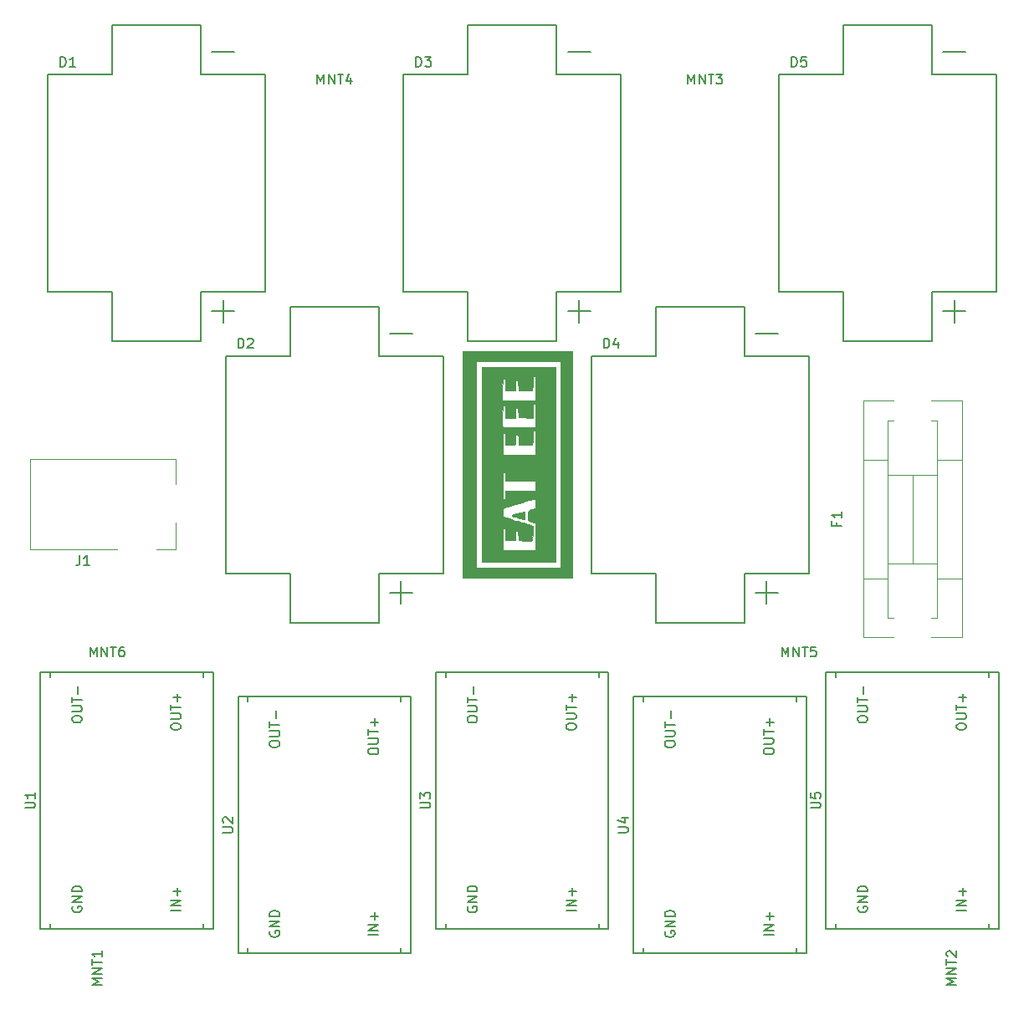
<source format=gbr>
G04 #@! TF.GenerationSoftware,KiCad,Pcbnew,(5.0.0)*
G04 #@! TF.CreationDate,2020-03-19T17:01:02-04:00*
G04 #@! TF.ProjectId,Grow_Lamp,47726F775F4C616D702E6B696361645F,rev?*
G04 #@! TF.SameCoordinates,Original*
G04 #@! TF.FileFunction,Legend,Top*
G04 #@! TF.FilePolarity,Positive*
%FSLAX46Y46*%
G04 Gerber Fmt 4.6, Leading zero omitted, Abs format (unit mm)*
G04 Created by KiCad (PCBNEW (5.0.0)) date 03/19/20 17:01:02*
%MOMM*%
%LPD*%
G01*
G04 APERTURE LIST*
%ADD10C,0.200000*%
%ADD11C,0.100000*%
%ADD12C,0.120000*%
%ADD13C,0.010000*%
%ADD14C,0.150000*%
G04 APERTURE END LIST*
D10*
G04 #@! TO.C,D1*
X107500000Y-88500000D02*
X107500000Y-83500000D01*
X99750000Y-88500000D02*
X107500000Y-88500000D01*
X98500000Y-88500000D02*
X99750000Y-88500000D01*
X98500000Y-84000000D02*
X98500000Y-88500000D01*
X98500000Y-83500000D02*
X98500000Y-84000000D01*
X93000000Y-83500000D02*
X98500000Y-83500000D01*
X92000000Y-83500000D02*
X93000000Y-83500000D01*
X92000000Y-62250000D02*
X92000000Y-83500000D01*
X92000000Y-61500000D02*
X92000000Y-62250000D01*
X98500000Y-61500000D02*
X92000000Y-61500000D01*
X98500000Y-57500000D02*
X98500000Y-61500000D01*
X98500000Y-56500000D02*
X98500000Y-57500000D01*
X107500000Y-56500000D02*
X98500000Y-56500000D01*
X107500000Y-61500000D02*
X107500000Y-56500000D01*
X114000000Y-61500000D02*
X107500000Y-61500000D01*
X114000000Y-83500000D02*
X114000000Y-61500000D01*
X107500000Y-83500000D02*
X114000000Y-83500000D01*
D11*
X106750000Y-88500000D02*
X107500000Y-88500000D01*
G04 #@! TO.C,D2*
X124750000Y-117000000D02*
X125500000Y-117000000D01*
D10*
X125500000Y-112000000D02*
X132000000Y-112000000D01*
X132000000Y-112000000D02*
X132000000Y-90000000D01*
X132000000Y-90000000D02*
X125500000Y-90000000D01*
X125500000Y-90000000D02*
X125500000Y-85000000D01*
X125500000Y-85000000D02*
X116500000Y-85000000D01*
X116500000Y-85000000D02*
X116500000Y-86000000D01*
X116500000Y-86000000D02*
X116500000Y-90000000D01*
X116500000Y-90000000D02*
X110000000Y-90000000D01*
X110000000Y-90000000D02*
X110000000Y-90750000D01*
X110000000Y-90750000D02*
X110000000Y-112000000D01*
X110000000Y-112000000D02*
X111000000Y-112000000D01*
X111000000Y-112000000D02*
X116500000Y-112000000D01*
X116500000Y-112000000D02*
X116500000Y-112500000D01*
X116500000Y-112500000D02*
X116500000Y-117000000D01*
X116500000Y-117000000D02*
X117750000Y-117000000D01*
X117750000Y-117000000D02*
X125500000Y-117000000D01*
X125500000Y-117000000D02*
X125500000Y-112000000D01*
G04 #@! TO.C,D3*
X143500000Y-88500000D02*
X143500000Y-83500000D01*
X135750000Y-88500000D02*
X143500000Y-88500000D01*
X134500000Y-88500000D02*
X135750000Y-88500000D01*
X134500000Y-84000000D02*
X134500000Y-88500000D01*
X134500000Y-83500000D02*
X134500000Y-84000000D01*
X129000000Y-83500000D02*
X134500000Y-83500000D01*
X128000000Y-83500000D02*
X129000000Y-83500000D01*
X128000000Y-62250000D02*
X128000000Y-83500000D01*
X128000000Y-61500000D02*
X128000000Y-62250000D01*
X134500000Y-61500000D02*
X128000000Y-61500000D01*
X134500000Y-57500000D02*
X134500000Y-61500000D01*
X134500000Y-56500000D02*
X134500000Y-57500000D01*
X143500000Y-56500000D02*
X134500000Y-56500000D01*
X143500000Y-61500000D02*
X143500000Y-56500000D01*
X150000000Y-61500000D02*
X143500000Y-61500000D01*
X150000000Y-83500000D02*
X150000000Y-61500000D01*
X143500000Y-83500000D02*
X150000000Y-83500000D01*
D11*
X142750000Y-88500000D02*
X143500000Y-88500000D01*
G04 #@! TO.C,D4*
X161750000Y-117000000D02*
X162500000Y-117000000D01*
D10*
X162500000Y-112000000D02*
X169000000Y-112000000D01*
X169000000Y-112000000D02*
X169000000Y-90000000D01*
X169000000Y-90000000D02*
X162500000Y-90000000D01*
X162500000Y-90000000D02*
X162500000Y-85000000D01*
X162500000Y-85000000D02*
X153500000Y-85000000D01*
X153500000Y-85000000D02*
X153500000Y-86000000D01*
X153500000Y-86000000D02*
X153500000Y-90000000D01*
X153500000Y-90000000D02*
X147000000Y-90000000D01*
X147000000Y-90000000D02*
X147000000Y-90750000D01*
X147000000Y-90750000D02*
X147000000Y-112000000D01*
X147000000Y-112000000D02*
X148000000Y-112000000D01*
X148000000Y-112000000D02*
X153500000Y-112000000D01*
X153500000Y-112000000D02*
X153500000Y-112500000D01*
X153500000Y-112500000D02*
X153500000Y-117000000D01*
X153500000Y-117000000D02*
X154750000Y-117000000D01*
X154750000Y-117000000D02*
X162500000Y-117000000D01*
X162500000Y-117000000D02*
X162500000Y-112000000D01*
G04 #@! TO.C,U1*
X107750000Y-122250000D02*
X107750000Y-122500000D01*
X92250000Y-122250000D02*
X92250000Y-122500000D01*
X92250000Y-148000000D02*
X92250000Y-147500000D01*
X107750000Y-148000000D02*
X107750000Y-147500000D01*
X107750000Y-122000000D02*
X107750000Y-122250000D01*
X91250000Y-135000000D02*
X91250000Y-148000000D01*
X91250000Y-148000000D02*
X100000000Y-148000000D01*
X108750000Y-135000000D02*
X108750000Y-148000000D01*
X100000000Y-148000000D02*
X108750000Y-148000000D01*
X108750000Y-122000000D02*
X108750000Y-135000000D01*
X100000000Y-122000000D02*
X108750000Y-122000000D01*
X92250000Y-122000000D02*
X92250000Y-122250000D01*
X91250000Y-122000000D02*
X100000000Y-122000000D01*
X91250000Y-122000000D02*
X91250000Y-135000000D01*
X91250000Y-135000000D02*
X91250000Y-134500000D01*
G04 #@! TO.C,U2*
X111250000Y-137500000D02*
X111250000Y-137000000D01*
X111250000Y-124500000D02*
X111250000Y-137500000D01*
X111250000Y-124500000D02*
X120000000Y-124500000D01*
X112250000Y-124500000D02*
X112250000Y-124750000D01*
X120000000Y-124500000D02*
X128750000Y-124500000D01*
X128750000Y-124500000D02*
X128750000Y-137500000D01*
X120000000Y-150500000D02*
X128750000Y-150500000D01*
X128750000Y-137500000D02*
X128750000Y-150500000D01*
X111250000Y-150500000D02*
X120000000Y-150500000D01*
X111250000Y-137500000D02*
X111250000Y-150500000D01*
X127750000Y-124500000D02*
X127750000Y-124750000D01*
X127750000Y-150500000D02*
X127750000Y-150000000D01*
X112250000Y-150500000D02*
X112250000Y-150000000D01*
X112250000Y-124750000D02*
X112250000Y-125000000D01*
X127750000Y-124750000D02*
X127750000Y-125000000D01*
G04 #@! TO.C,U3*
X147750000Y-122250000D02*
X147750000Y-122500000D01*
X132250000Y-122250000D02*
X132250000Y-122500000D01*
X132250000Y-148000000D02*
X132250000Y-147500000D01*
X147750000Y-148000000D02*
X147750000Y-147500000D01*
X147750000Y-122000000D02*
X147750000Y-122250000D01*
X131250000Y-135000000D02*
X131250000Y-148000000D01*
X131250000Y-148000000D02*
X140000000Y-148000000D01*
X148750000Y-135000000D02*
X148750000Y-148000000D01*
X140000000Y-148000000D02*
X148750000Y-148000000D01*
X148750000Y-122000000D02*
X148750000Y-135000000D01*
X140000000Y-122000000D02*
X148750000Y-122000000D01*
X132250000Y-122000000D02*
X132250000Y-122250000D01*
X131250000Y-122000000D02*
X140000000Y-122000000D01*
X131250000Y-122000000D02*
X131250000Y-135000000D01*
X131250000Y-135000000D02*
X131250000Y-134500000D01*
G04 #@! TO.C,U4*
X151250000Y-137500000D02*
X151250000Y-137000000D01*
X151250000Y-124500000D02*
X151250000Y-137500000D01*
X151250000Y-124500000D02*
X160000000Y-124500000D01*
X152250000Y-124500000D02*
X152250000Y-124750000D01*
X160000000Y-124500000D02*
X168750000Y-124500000D01*
X168750000Y-124500000D02*
X168750000Y-137500000D01*
X160000000Y-150500000D02*
X168750000Y-150500000D01*
X168750000Y-137500000D02*
X168750000Y-150500000D01*
X151250000Y-150500000D02*
X160000000Y-150500000D01*
X151250000Y-137500000D02*
X151250000Y-150500000D01*
X167750000Y-124500000D02*
X167750000Y-124750000D01*
X167750000Y-150500000D02*
X167750000Y-150000000D01*
X152250000Y-150500000D02*
X152250000Y-150000000D01*
X152250000Y-124750000D02*
X152250000Y-125000000D01*
X167750000Y-124750000D02*
X167750000Y-125000000D01*
G04 #@! TO.C,D5*
X181500000Y-88500000D02*
X181500000Y-83500000D01*
X173750000Y-88500000D02*
X181500000Y-88500000D01*
X172500000Y-88500000D02*
X173750000Y-88500000D01*
X172500000Y-84000000D02*
X172500000Y-88500000D01*
X172500000Y-83500000D02*
X172500000Y-84000000D01*
X167000000Y-83500000D02*
X172500000Y-83500000D01*
X166000000Y-83500000D02*
X167000000Y-83500000D01*
X166000000Y-62250000D02*
X166000000Y-83500000D01*
X166000000Y-61500000D02*
X166000000Y-62250000D01*
X172500000Y-61500000D02*
X166000000Y-61500000D01*
X172500000Y-57500000D02*
X172500000Y-61500000D01*
X172500000Y-56500000D02*
X172500000Y-57500000D01*
X181500000Y-56500000D02*
X172500000Y-56500000D01*
X181500000Y-61500000D02*
X181500000Y-56500000D01*
X188000000Y-61500000D02*
X181500000Y-61500000D01*
X188000000Y-83500000D02*
X188000000Y-61500000D01*
X181500000Y-83500000D02*
X188000000Y-83500000D01*
D11*
X180750000Y-88500000D02*
X181500000Y-88500000D01*
D12*
G04 #@! TO.C,F1*
X174500000Y-118500000D02*
X177600000Y-118500000D01*
X174500000Y-94500000D02*
X174500000Y-118500000D01*
X184500000Y-94500000D02*
X181400000Y-94500000D01*
X184500000Y-118500000D02*
X184500000Y-94500000D01*
X181400000Y-118500000D02*
X184500000Y-118500000D01*
X177600000Y-94500000D02*
X174500000Y-94500000D01*
X177000000Y-116500000D02*
X177600000Y-116500000D01*
X177000000Y-96500000D02*
X177000000Y-116500000D01*
X182000000Y-96500000D02*
X181400000Y-96500000D01*
X182000000Y-116500000D02*
X182000000Y-96500000D01*
X181400000Y-116500000D02*
X182000000Y-116500000D01*
X177600000Y-96500000D02*
X177000000Y-96500000D01*
X177000000Y-102000000D02*
X182000000Y-102000000D01*
X177000000Y-111000000D02*
X182000000Y-111000000D01*
X179500000Y-111000000D02*
X179500000Y-102000000D01*
X174500000Y-100500000D02*
X177000000Y-100500000D01*
X184500000Y-100500000D02*
X182000000Y-100500000D01*
X184500000Y-112500000D02*
X182000000Y-112500000D01*
X177000000Y-112500000D02*
X174500000Y-112500000D01*
G04 #@! TO.C,J1*
X104900000Y-100400000D02*
X104900000Y-103000000D01*
X90200000Y-100400000D02*
X104900000Y-100400000D01*
X104900000Y-109600000D02*
X103000000Y-109600000D01*
X104900000Y-106900000D02*
X104900000Y-109600000D01*
X90200000Y-109600000D02*
X90200000Y-100400000D01*
X99000000Y-109600000D02*
X90200000Y-109600000D01*
D10*
G04 #@! TO.C,U5*
X187250000Y-122250000D02*
X187250000Y-122500000D01*
X171750000Y-122250000D02*
X171750000Y-122500000D01*
X171750000Y-148000000D02*
X171750000Y-147500000D01*
X187250000Y-148000000D02*
X187250000Y-147500000D01*
X187250000Y-122000000D02*
X187250000Y-122250000D01*
X170750000Y-135000000D02*
X170750000Y-148000000D01*
X170750000Y-148000000D02*
X179500000Y-148000000D01*
X188250000Y-135000000D02*
X188250000Y-148000000D01*
X179500000Y-148000000D02*
X188250000Y-148000000D01*
X188250000Y-122000000D02*
X188250000Y-135000000D01*
X179500000Y-122000000D02*
X188250000Y-122000000D01*
X171750000Y-122000000D02*
X171750000Y-122250000D01*
X170750000Y-122000000D02*
X179500000Y-122000000D01*
X170750000Y-122000000D02*
X170750000Y-135000000D01*
X170750000Y-135000000D02*
X170750000Y-134500000D01*
D13*
G04 #@! TO.C,G\002A\002A\002A*
G36*
X138974224Y-106096614D02*
X139074693Y-106045907D01*
X139254371Y-105989481D01*
X139336129Y-105968013D01*
X139536023Y-105917344D01*
X139735465Y-105866795D01*
X139901486Y-105824722D01*
X139950645Y-105812266D01*
X140100163Y-105774834D01*
X140195621Y-105762072D01*
X140249102Y-105786030D01*
X140272690Y-105858755D01*
X140278470Y-105992295D01*
X140278387Y-106139034D01*
X140274616Y-106309056D01*
X140264494Y-106446341D01*
X140249805Y-106531575D01*
X140240489Y-106549232D01*
X140177142Y-106553231D01*
X140107344Y-106533867D01*
X140060776Y-106516306D01*
X139991942Y-106493184D01*
X139890581Y-106461374D01*
X139746430Y-106417748D01*
X139549230Y-106359180D01*
X139288719Y-106282542D01*
X139131290Y-106236404D01*
X139004200Y-106189664D01*
X138951285Y-106143800D01*
X138974224Y-106096614D01*
X138974224Y-106096614D01*
G37*
X138974224Y-106096614D02*
X139074693Y-106045907D01*
X139254371Y-105989481D01*
X139336129Y-105968013D01*
X139536023Y-105917344D01*
X139735465Y-105866795D01*
X139901486Y-105824722D01*
X139950645Y-105812266D01*
X140100163Y-105774834D01*
X140195621Y-105762072D01*
X140249102Y-105786030D01*
X140272690Y-105858755D01*
X140278470Y-105992295D01*
X140278387Y-106139034D01*
X140274616Y-106309056D01*
X140264494Y-106446341D01*
X140249805Y-106531575D01*
X140240489Y-106549232D01*
X140177142Y-106553231D01*
X140107344Y-106533867D01*
X140060776Y-106516306D01*
X139991942Y-106493184D01*
X139890581Y-106461374D01*
X139746430Y-106417748D01*
X139549230Y-106359180D01*
X139288719Y-106282542D01*
X139131290Y-106236404D01*
X139004200Y-106189664D01*
X138951285Y-106143800D01*
X138974224Y-106096614D01*
G36*
X135895008Y-99756749D02*
X135895516Y-98614011D01*
X135896363Y-97551433D01*
X135897547Y-96569146D01*
X135899068Y-95667280D01*
X135900926Y-94845965D01*
X135903120Y-94105333D01*
X135905650Y-93445513D01*
X135908514Y-92866636D01*
X135911713Y-92368833D01*
X135915246Y-91952233D01*
X135919112Y-91616967D01*
X135923311Y-91363166D01*
X135927842Y-91190960D01*
X135932704Y-91100480D01*
X135935806Y-91085473D01*
X136177037Y-91083954D01*
X136473309Y-91082831D01*
X136817700Y-91082081D01*
X137203286Y-91081685D01*
X137623144Y-91081620D01*
X138070352Y-91081866D01*
X138537987Y-91082403D01*
X139019124Y-91083208D01*
X139506842Y-91084260D01*
X139994217Y-91085540D01*
X140474327Y-91087025D01*
X140940247Y-91088695D01*
X141385056Y-91090528D01*
X141801829Y-91092503D01*
X142183645Y-91094600D01*
X142523579Y-91096797D01*
X142814710Y-91099073D01*
X143050113Y-91101408D01*
X143222867Y-91103780D01*
X143326047Y-91106167D01*
X143353799Y-91108041D01*
X143357770Y-91150809D01*
X143361525Y-91271192D01*
X143365066Y-91464869D01*
X143368391Y-91727521D01*
X143371501Y-92054828D01*
X143374397Y-92442468D01*
X143377077Y-92886122D01*
X143379543Y-93381469D01*
X143381793Y-93924190D01*
X143383828Y-94509964D01*
X143385649Y-95134471D01*
X143387254Y-95793390D01*
X143388644Y-96482401D01*
X143389819Y-97197185D01*
X143390779Y-97933420D01*
X143391525Y-98686787D01*
X143392055Y-99452965D01*
X143392370Y-100227634D01*
X143392470Y-101006474D01*
X143392355Y-101785165D01*
X143392025Y-102559386D01*
X143391480Y-103324817D01*
X143390720Y-104077138D01*
X143389745Y-104812029D01*
X143388555Y-105525169D01*
X143387150Y-106212238D01*
X143385530Y-106868916D01*
X143383694Y-107490882D01*
X143381644Y-108073817D01*
X143379379Y-108613400D01*
X143376899Y-109105312D01*
X143374204Y-109545230D01*
X143371293Y-109928837D01*
X143368168Y-110251810D01*
X143364828Y-110509830D01*
X143361272Y-110698577D01*
X143357502Y-110813731D01*
X143353799Y-110850993D01*
X143310137Y-110853378D01*
X143191463Y-110855764D01*
X143004699Y-110858130D01*
X142756769Y-110860453D01*
X142454595Y-110862715D01*
X142105101Y-110864892D01*
X141715210Y-110866965D01*
X141384516Y-110868485D01*
X141384516Y-109686071D01*
X141384516Y-106909296D01*
X141271855Y-106868531D01*
X141170872Y-106834793D01*
X141027261Y-106790067D01*
X140913387Y-106756148D01*
X140779418Y-106711465D01*
X140678561Y-106667390D01*
X140637482Y-106638314D01*
X140620134Y-106570852D01*
X140609433Y-106446028D01*
X140604970Y-106284335D01*
X140606337Y-106106269D01*
X140613126Y-105932322D01*
X140624928Y-105782988D01*
X140641334Y-105678762D01*
X140657339Y-105641751D01*
X140746694Y-105598493D01*
X140914748Y-105543457D01*
X141159226Y-105477370D01*
X141210403Y-105464548D01*
X141384516Y-105421359D01*
X141384516Y-104954226D01*
X141381538Y-104766850D01*
X141373450Y-104611216D01*
X141361526Y-104504612D01*
X141348519Y-104464847D01*
X141296377Y-104466392D01*
X141184261Y-104488232D01*
X141030458Y-104526389D01*
X140908116Y-104560583D01*
X140702625Y-104619897D01*
X140451562Y-104691413D01*
X140188366Y-104765650D01*
X139971129Y-104826293D01*
X139757654Y-104885541D01*
X139557863Y-104941054D01*
X139392684Y-104987012D01*
X139283044Y-105017597D01*
X139274677Y-105019940D01*
X139026824Y-105089258D01*
X138837247Y-105141923D01*
X138685390Y-105183618D01*
X138557742Y-105218134D01*
X138396369Y-105266152D01*
X138226292Y-105323479D01*
X138189032Y-105337195D01*
X138004677Y-105406779D01*
X138004677Y-104502742D01*
X138291452Y-104502742D01*
X138311935Y-104093065D01*
X138332419Y-103683388D01*
X139807258Y-103673883D01*
X140148341Y-103671674D01*
X140464374Y-103669606D01*
X140745786Y-103667744D01*
X140983009Y-103666151D01*
X141166475Y-103664892D01*
X141286613Y-103664031D01*
X141333306Y-103663641D01*
X141356051Y-103640614D01*
X141371522Y-103566151D01*
X141380641Y-103431022D01*
X141384330Y-103226001D01*
X141384516Y-103151306D01*
X141384516Y-102639707D01*
X141384516Y-94486130D01*
X141384516Y-92064087D01*
X141077258Y-92089517D01*
X141056774Y-92785968D01*
X141036290Y-93482420D01*
X139643387Y-93482420D01*
X139602419Y-92499194D01*
X139315645Y-92499194D01*
X139274677Y-93482420D01*
X138332419Y-93482420D01*
X138311935Y-92888388D01*
X138291452Y-92294355D01*
X138004677Y-92294355D01*
X137993766Y-93390242D01*
X137982855Y-94486130D01*
X141384516Y-94486130D01*
X141384516Y-102639707D01*
X140338290Y-102632344D01*
X140338290Y-100009663D01*
X140639587Y-100009428D01*
X140898035Y-100008217D01*
X141104594Y-100006080D01*
X141250221Y-100003067D01*
X141325874Y-99999225D01*
X141333859Y-99997818D01*
X141349322Y-99974722D01*
X141361177Y-99913863D01*
X141369671Y-99807907D01*
X141375050Y-99649521D01*
X141377561Y-99431371D01*
X141377450Y-99146125D01*
X141374966Y-98786448D01*
X141374895Y-98778548D01*
X141364032Y-97579194D01*
X141077258Y-97579194D01*
X141065987Y-98273864D01*
X141060262Y-98504125D01*
X141051497Y-98704798D01*
X141040603Y-98861989D01*
X141028492Y-98961804D01*
X141018942Y-98990799D01*
X140967792Y-98997084D01*
X140849298Y-99000186D01*
X140677988Y-99000069D01*
X140468394Y-98996696D01*
X140313277Y-98992581D01*
X139684355Y-98973350D01*
X139684355Y-97232431D01*
X140041445Y-97232413D01*
X140373311Y-97232362D01*
X140670926Y-97232282D01*
X140925261Y-97232176D01*
X141127287Y-97232049D01*
X141267977Y-97231904D01*
X141338301Y-97231746D01*
X141344167Y-97231700D01*
X141357509Y-97190661D01*
X141367422Y-97068711D01*
X141373882Y-96866801D01*
X141376864Y-96585884D01*
X141376344Y-96226913D01*
X141374893Y-96032662D01*
X141364032Y-94834355D01*
X141077258Y-94834355D01*
X141066045Y-95542012D01*
X141054831Y-96249669D01*
X139643387Y-96227259D01*
X139602419Y-95244033D01*
X139315645Y-95244033D01*
X139304142Y-95745888D01*
X139292639Y-96247742D01*
X138314126Y-96247742D01*
X138291452Y-95039194D01*
X138004677Y-95039194D01*
X137993766Y-96135081D01*
X137991577Y-96510525D01*
X137993228Y-96808777D01*
X137998686Y-97028738D01*
X138007922Y-97169306D01*
X138020904Y-97229382D01*
X138024492Y-97231700D01*
X138073390Y-97231861D01*
X138195195Y-97232009D01*
X138380877Y-97232142D01*
X138621409Y-97232254D01*
X138907760Y-97232342D01*
X139230904Y-97232402D01*
X139581809Y-97232430D01*
X139684355Y-97232431D01*
X139684355Y-98973350D01*
X139643387Y-98972097D01*
X139631849Y-98491182D01*
X139626322Y-98286497D01*
X139619244Y-98149184D01*
X139607363Y-98064693D01*
X139587427Y-98018478D01*
X139556187Y-97995990D01*
X139518656Y-97984752D01*
X139431217Y-97972916D01*
X139369517Y-97995300D01*
X139329329Y-98062156D01*
X139306423Y-98183732D01*
X139296570Y-98370278D01*
X139295161Y-98526468D01*
X139291710Y-98733870D01*
X139281962Y-98887177D01*
X139266830Y-98975985D01*
X139254193Y-98994220D01*
X139197909Y-98994915D01*
X139079422Y-98995464D01*
X138918466Y-98995794D01*
X138803548Y-98995859D01*
X138625904Y-98995703D01*
X138478235Y-98995284D01*
X138380274Y-98994673D01*
X138352903Y-98994220D01*
X138335817Y-98953875D01*
X138322908Y-98839726D01*
X138314755Y-98659828D01*
X138311935Y-98424049D01*
X138309679Y-98172321D01*
X138300587Y-97991766D01*
X138281176Y-97871689D01*
X138247963Y-97801397D01*
X138197465Y-97770195D01*
X138126198Y-97767389D01*
X138099110Y-97770646D01*
X138004677Y-97784033D01*
X138004677Y-99996291D01*
X139643319Y-100007012D01*
X140003187Y-100008874D01*
X140338290Y-100009663D01*
X140338290Y-102632344D01*
X139858468Y-102628967D01*
X138332419Y-102618226D01*
X138311935Y-102208549D01*
X138291452Y-101798871D01*
X138004677Y-101798871D01*
X138004677Y-104502742D01*
X138004677Y-105406779D01*
X138004677Y-106257527D01*
X138168548Y-106308093D01*
X138285313Y-106343683D01*
X138449982Y-106393326D01*
X138631903Y-106447791D01*
X138680645Y-106462316D01*
X138857108Y-106514986D01*
X139083447Y-106582746D01*
X139331091Y-106657034D01*
X139571468Y-106729286D01*
X139581935Y-106732437D01*
X139885689Y-106823791D01*
X140128994Y-106896772D01*
X140329827Y-106956737D01*
X140506164Y-107009040D01*
X140675981Y-107059037D01*
X140807695Y-107097604D01*
X141070713Y-107174482D01*
X141060930Y-107907483D01*
X141056124Y-108145077D01*
X141048796Y-108354146D01*
X141039678Y-108520964D01*
X141029501Y-108631803D01*
X141020137Y-108672259D01*
X140970660Y-108682251D01*
X140853648Y-108689567D01*
X140683470Y-108693789D01*
X140474497Y-108694501D01*
X140316257Y-108692743D01*
X139643387Y-108681452D01*
X139602419Y-107698226D01*
X139315645Y-107698226D01*
X139274677Y-108681452D01*
X138332419Y-108681452D01*
X138311935Y-108087420D01*
X138291452Y-107493388D01*
X138004677Y-107493388D01*
X138004677Y-109664678D01*
X139694597Y-109675374D01*
X141384516Y-109686071D01*
X141384516Y-110868485D01*
X141291845Y-110868911D01*
X140841929Y-110870711D01*
X140372385Y-110872343D01*
X139890135Y-110873786D01*
X139402104Y-110875018D01*
X138915213Y-110876020D01*
X138436387Y-110876769D01*
X137972548Y-110877245D01*
X137530618Y-110877426D01*
X137117522Y-110877292D01*
X136740183Y-110876822D01*
X136405522Y-110875994D01*
X136120464Y-110874788D01*
X135935806Y-110873560D01*
X135930743Y-110832572D01*
X135926011Y-110709779D01*
X135921611Y-110505313D01*
X135917544Y-110219303D01*
X135913810Y-109851879D01*
X135910409Y-109403173D01*
X135907342Y-108873315D01*
X135904610Y-108262435D01*
X135902213Y-107570664D01*
X135900152Y-106798132D01*
X135898427Y-105944969D01*
X135897039Y-105011307D01*
X135895988Y-103997274D01*
X135895275Y-102903003D01*
X135894901Y-101728623D01*
X135894839Y-100979517D01*
X135895008Y-99756749D01*
X135895008Y-99756749D01*
G37*
X135895008Y-99756749D02*
X135895516Y-98614011D01*
X135896363Y-97551433D01*
X135897547Y-96569146D01*
X135899068Y-95667280D01*
X135900926Y-94845965D01*
X135903120Y-94105333D01*
X135905650Y-93445513D01*
X135908514Y-92866636D01*
X135911713Y-92368833D01*
X135915246Y-91952233D01*
X135919112Y-91616967D01*
X135923311Y-91363166D01*
X135927842Y-91190960D01*
X135932704Y-91100480D01*
X135935806Y-91085473D01*
X136177037Y-91083954D01*
X136473309Y-91082831D01*
X136817700Y-91082081D01*
X137203286Y-91081685D01*
X137623144Y-91081620D01*
X138070352Y-91081866D01*
X138537987Y-91082403D01*
X139019124Y-91083208D01*
X139506842Y-91084260D01*
X139994217Y-91085540D01*
X140474327Y-91087025D01*
X140940247Y-91088695D01*
X141385056Y-91090528D01*
X141801829Y-91092503D01*
X142183645Y-91094600D01*
X142523579Y-91096797D01*
X142814710Y-91099073D01*
X143050113Y-91101408D01*
X143222867Y-91103780D01*
X143326047Y-91106167D01*
X143353799Y-91108041D01*
X143357770Y-91150809D01*
X143361525Y-91271192D01*
X143365066Y-91464869D01*
X143368391Y-91727521D01*
X143371501Y-92054828D01*
X143374397Y-92442468D01*
X143377077Y-92886122D01*
X143379543Y-93381469D01*
X143381793Y-93924190D01*
X143383828Y-94509964D01*
X143385649Y-95134471D01*
X143387254Y-95793390D01*
X143388644Y-96482401D01*
X143389819Y-97197185D01*
X143390779Y-97933420D01*
X143391525Y-98686787D01*
X143392055Y-99452965D01*
X143392370Y-100227634D01*
X143392470Y-101006474D01*
X143392355Y-101785165D01*
X143392025Y-102559386D01*
X143391480Y-103324817D01*
X143390720Y-104077138D01*
X143389745Y-104812029D01*
X143388555Y-105525169D01*
X143387150Y-106212238D01*
X143385530Y-106868916D01*
X143383694Y-107490882D01*
X143381644Y-108073817D01*
X143379379Y-108613400D01*
X143376899Y-109105312D01*
X143374204Y-109545230D01*
X143371293Y-109928837D01*
X143368168Y-110251810D01*
X143364828Y-110509830D01*
X143361272Y-110698577D01*
X143357502Y-110813731D01*
X143353799Y-110850993D01*
X143310137Y-110853378D01*
X143191463Y-110855764D01*
X143004699Y-110858130D01*
X142756769Y-110860453D01*
X142454595Y-110862715D01*
X142105101Y-110864892D01*
X141715210Y-110866965D01*
X141384516Y-110868485D01*
X141384516Y-109686071D01*
X141384516Y-106909296D01*
X141271855Y-106868531D01*
X141170872Y-106834793D01*
X141027261Y-106790067D01*
X140913387Y-106756148D01*
X140779418Y-106711465D01*
X140678561Y-106667390D01*
X140637482Y-106638314D01*
X140620134Y-106570852D01*
X140609433Y-106446028D01*
X140604970Y-106284335D01*
X140606337Y-106106269D01*
X140613126Y-105932322D01*
X140624928Y-105782988D01*
X140641334Y-105678762D01*
X140657339Y-105641751D01*
X140746694Y-105598493D01*
X140914748Y-105543457D01*
X141159226Y-105477370D01*
X141210403Y-105464548D01*
X141384516Y-105421359D01*
X141384516Y-104954226D01*
X141381538Y-104766850D01*
X141373450Y-104611216D01*
X141361526Y-104504612D01*
X141348519Y-104464847D01*
X141296377Y-104466392D01*
X141184261Y-104488232D01*
X141030458Y-104526389D01*
X140908116Y-104560583D01*
X140702625Y-104619897D01*
X140451562Y-104691413D01*
X140188366Y-104765650D01*
X139971129Y-104826293D01*
X139757654Y-104885541D01*
X139557863Y-104941054D01*
X139392684Y-104987012D01*
X139283044Y-105017597D01*
X139274677Y-105019940D01*
X139026824Y-105089258D01*
X138837247Y-105141923D01*
X138685390Y-105183618D01*
X138557742Y-105218134D01*
X138396369Y-105266152D01*
X138226292Y-105323479D01*
X138189032Y-105337195D01*
X138004677Y-105406779D01*
X138004677Y-104502742D01*
X138291452Y-104502742D01*
X138311935Y-104093065D01*
X138332419Y-103683388D01*
X139807258Y-103673883D01*
X140148341Y-103671674D01*
X140464374Y-103669606D01*
X140745786Y-103667744D01*
X140983009Y-103666151D01*
X141166475Y-103664892D01*
X141286613Y-103664031D01*
X141333306Y-103663641D01*
X141356051Y-103640614D01*
X141371522Y-103566151D01*
X141380641Y-103431022D01*
X141384330Y-103226001D01*
X141384516Y-103151306D01*
X141384516Y-102639707D01*
X141384516Y-94486130D01*
X141384516Y-92064087D01*
X141077258Y-92089517D01*
X141056774Y-92785968D01*
X141036290Y-93482420D01*
X139643387Y-93482420D01*
X139602419Y-92499194D01*
X139315645Y-92499194D01*
X139274677Y-93482420D01*
X138332419Y-93482420D01*
X138311935Y-92888388D01*
X138291452Y-92294355D01*
X138004677Y-92294355D01*
X137993766Y-93390242D01*
X137982855Y-94486130D01*
X141384516Y-94486130D01*
X141384516Y-102639707D01*
X140338290Y-102632344D01*
X140338290Y-100009663D01*
X140639587Y-100009428D01*
X140898035Y-100008217D01*
X141104594Y-100006080D01*
X141250221Y-100003067D01*
X141325874Y-99999225D01*
X141333859Y-99997818D01*
X141349322Y-99974722D01*
X141361177Y-99913863D01*
X141369671Y-99807907D01*
X141375050Y-99649521D01*
X141377561Y-99431371D01*
X141377450Y-99146125D01*
X141374966Y-98786448D01*
X141374895Y-98778548D01*
X141364032Y-97579194D01*
X141077258Y-97579194D01*
X141065987Y-98273864D01*
X141060262Y-98504125D01*
X141051497Y-98704798D01*
X141040603Y-98861989D01*
X141028492Y-98961804D01*
X141018942Y-98990799D01*
X140967792Y-98997084D01*
X140849298Y-99000186D01*
X140677988Y-99000069D01*
X140468394Y-98996696D01*
X140313277Y-98992581D01*
X139684355Y-98973350D01*
X139684355Y-97232431D01*
X140041445Y-97232413D01*
X140373311Y-97232362D01*
X140670926Y-97232282D01*
X140925261Y-97232176D01*
X141127287Y-97232049D01*
X141267977Y-97231904D01*
X141338301Y-97231746D01*
X141344167Y-97231700D01*
X141357509Y-97190661D01*
X141367422Y-97068711D01*
X141373882Y-96866801D01*
X141376864Y-96585884D01*
X141376344Y-96226913D01*
X141374893Y-96032662D01*
X141364032Y-94834355D01*
X141077258Y-94834355D01*
X141066045Y-95542012D01*
X141054831Y-96249669D01*
X139643387Y-96227259D01*
X139602419Y-95244033D01*
X139315645Y-95244033D01*
X139304142Y-95745888D01*
X139292639Y-96247742D01*
X138314126Y-96247742D01*
X138291452Y-95039194D01*
X138004677Y-95039194D01*
X137993766Y-96135081D01*
X137991577Y-96510525D01*
X137993228Y-96808777D01*
X137998686Y-97028738D01*
X138007922Y-97169306D01*
X138020904Y-97229382D01*
X138024492Y-97231700D01*
X138073390Y-97231861D01*
X138195195Y-97232009D01*
X138380877Y-97232142D01*
X138621409Y-97232254D01*
X138907760Y-97232342D01*
X139230904Y-97232402D01*
X139581809Y-97232430D01*
X139684355Y-97232431D01*
X139684355Y-98973350D01*
X139643387Y-98972097D01*
X139631849Y-98491182D01*
X139626322Y-98286497D01*
X139619244Y-98149184D01*
X139607363Y-98064693D01*
X139587427Y-98018478D01*
X139556187Y-97995990D01*
X139518656Y-97984752D01*
X139431217Y-97972916D01*
X139369517Y-97995300D01*
X139329329Y-98062156D01*
X139306423Y-98183732D01*
X139296570Y-98370278D01*
X139295161Y-98526468D01*
X139291710Y-98733870D01*
X139281962Y-98887177D01*
X139266830Y-98975985D01*
X139254193Y-98994220D01*
X139197909Y-98994915D01*
X139079422Y-98995464D01*
X138918466Y-98995794D01*
X138803548Y-98995859D01*
X138625904Y-98995703D01*
X138478235Y-98995284D01*
X138380274Y-98994673D01*
X138352903Y-98994220D01*
X138335817Y-98953875D01*
X138322908Y-98839726D01*
X138314755Y-98659828D01*
X138311935Y-98424049D01*
X138309679Y-98172321D01*
X138300587Y-97991766D01*
X138281176Y-97871689D01*
X138247963Y-97801397D01*
X138197465Y-97770195D01*
X138126198Y-97767389D01*
X138099110Y-97770646D01*
X138004677Y-97784033D01*
X138004677Y-99996291D01*
X139643319Y-100007012D01*
X140003187Y-100008874D01*
X140338290Y-100009663D01*
X140338290Y-102632344D01*
X139858468Y-102628967D01*
X138332419Y-102618226D01*
X138311935Y-102208549D01*
X138291452Y-101798871D01*
X138004677Y-101798871D01*
X138004677Y-104502742D01*
X138004677Y-105406779D01*
X138004677Y-106257527D01*
X138168548Y-106308093D01*
X138285313Y-106343683D01*
X138449982Y-106393326D01*
X138631903Y-106447791D01*
X138680645Y-106462316D01*
X138857108Y-106514986D01*
X139083447Y-106582746D01*
X139331091Y-106657034D01*
X139571468Y-106729286D01*
X139581935Y-106732437D01*
X139885689Y-106823791D01*
X140128994Y-106896772D01*
X140329827Y-106956737D01*
X140506164Y-107009040D01*
X140675981Y-107059037D01*
X140807695Y-107097604D01*
X141070713Y-107174482D01*
X141060930Y-107907483D01*
X141056124Y-108145077D01*
X141048796Y-108354146D01*
X141039678Y-108520964D01*
X141029501Y-108631803D01*
X141020137Y-108672259D01*
X140970660Y-108682251D01*
X140853648Y-108689567D01*
X140683470Y-108693789D01*
X140474497Y-108694501D01*
X140316257Y-108692743D01*
X139643387Y-108681452D01*
X139602419Y-107698226D01*
X139315645Y-107698226D01*
X139274677Y-108681452D01*
X138332419Y-108681452D01*
X138311935Y-108087420D01*
X138291452Y-107493388D01*
X138004677Y-107493388D01*
X138004677Y-109664678D01*
X139694597Y-109675374D01*
X141384516Y-109686071D01*
X141384516Y-110868485D01*
X141291845Y-110868911D01*
X140841929Y-110870711D01*
X140372385Y-110872343D01*
X139890135Y-110873786D01*
X139402104Y-110875018D01*
X138915213Y-110876020D01*
X138436387Y-110876769D01*
X137972548Y-110877245D01*
X137530618Y-110877426D01*
X137117522Y-110877292D01*
X136740183Y-110876822D01*
X136405522Y-110875994D01*
X136120464Y-110874788D01*
X135935806Y-110873560D01*
X135930743Y-110832572D01*
X135926011Y-110709779D01*
X135921611Y-110505313D01*
X135917544Y-110219303D01*
X135913810Y-109851879D01*
X135910409Y-109403173D01*
X135907342Y-108873315D01*
X135904610Y-108262435D01*
X135902213Y-107570664D01*
X135900152Y-106798132D01*
X135898427Y-105944969D01*
X135897039Y-105011307D01*
X135895988Y-103997274D01*
X135895275Y-102903003D01*
X135894901Y-101728623D01*
X135894839Y-100979517D01*
X135895008Y-99756749D01*
G36*
X145030645Y-89529033D02*
X145030645Y-112430000D01*
X141756070Y-112430000D01*
X141756070Y-111439478D01*
X142215358Y-111439162D01*
X142629989Y-111438479D01*
X142994487Y-111437440D01*
X143303372Y-111436058D01*
X143551166Y-111434344D01*
X143732390Y-111432308D01*
X143841566Y-111429964D01*
X143873386Y-111427860D01*
X143878927Y-111411419D01*
X143884048Y-111364785D01*
X143888758Y-111285414D01*
X143893068Y-111170762D01*
X143896988Y-111018282D01*
X143900527Y-110825432D01*
X143903695Y-110589666D01*
X143906503Y-110308440D01*
X143908960Y-109979210D01*
X143911077Y-109599431D01*
X143912863Y-109166557D01*
X143914328Y-108678046D01*
X143915483Y-108131352D01*
X143916337Y-107523930D01*
X143916899Y-106853237D01*
X143917182Y-106116727D01*
X143917193Y-105311856D01*
X143916943Y-104436080D01*
X143916443Y-103486854D01*
X143915701Y-102461633D01*
X143914729Y-101357873D01*
X143914353Y-100970530D01*
X143904032Y-90532742D01*
X135341774Y-90532742D01*
X135341774Y-111426291D01*
X139581935Y-111436847D01*
X140165060Y-111438112D01*
X140725443Y-111438965D01*
X141257606Y-111439416D01*
X141756070Y-111439478D01*
X141756070Y-112430000D01*
X134010323Y-112430000D01*
X134010323Y-89529033D01*
X145030645Y-89529033D01*
X145030645Y-89529033D01*
G37*
X145030645Y-89529033D02*
X145030645Y-112430000D01*
X141756070Y-112430000D01*
X141756070Y-111439478D01*
X142215358Y-111439162D01*
X142629989Y-111438479D01*
X142994487Y-111437440D01*
X143303372Y-111436058D01*
X143551166Y-111434344D01*
X143732390Y-111432308D01*
X143841566Y-111429964D01*
X143873386Y-111427860D01*
X143878927Y-111411419D01*
X143884048Y-111364785D01*
X143888758Y-111285414D01*
X143893068Y-111170762D01*
X143896988Y-111018282D01*
X143900527Y-110825432D01*
X143903695Y-110589666D01*
X143906503Y-110308440D01*
X143908960Y-109979210D01*
X143911077Y-109599431D01*
X143912863Y-109166557D01*
X143914328Y-108678046D01*
X143915483Y-108131352D01*
X143916337Y-107523930D01*
X143916899Y-106853237D01*
X143917182Y-106116727D01*
X143917193Y-105311856D01*
X143916943Y-104436080D01*
X143916443Y-103486854D01*
X143915701Y-102461633D01*
X143914729Y-101357873D01*
X143914353Y-100970530D01*
X143904032Y-90532742D01*
X135341774Y-90532742D01*
X135341774Y-111426291D01*
X139581935Y-111436847D01*
X140165060Y-111438112D01*
X140725443Y-111438965D01*
X141257606Y-111439416D01*
X141756070Y-111439478D01*
X141756070Y-112430000D01*
X134010323Y-112430000D01*
X134010323Y-89529033D01*
X145030645Y-89529033D01*
G04 #@! TO.C,D1*
D14*
X93261904Y-60702380D02*
X93261904Y-59702380D01*
X93500000Y-59702380D01*
X93642857Y-59750000D01*
X93738095Y-59845238D01*
X93785714Y-59940476D01*
X93833333Y-60130952D01*
X93833333Y-60273809D01*
X93785714Y-60464285D01*
X93738095Y-60559523D01*
X93642857Y-60654761D01*
X93500000Y-60702380D01*
X93261904Y-60702380D01*
X94785714Y-60702380D02*
X94214285Y-60702380D01*
X94500000Y-60702380D02*
X94500000Y-59702380D01*
X94404761Y-59845238D01*
X94309523Y-59940476D01*
X94214285Y-59988095D01*
X108607142Y-59214285D02*
X110892857Y-59214285D01*
X108607142Y-85464285D02*
X110892857Y-85464285D01*
X109750000Y-86607142D02*
X109750000Y-84321428D01*
G04 #@! TO.C,D2*
X111261904Y-89202380D02*
X111261904Y-88202380D01*
X111500000Y-88202380D01*
X111642857Y-88250000D01*
X111738095Y-88345238D01*
X111785714Y-88440476D01*
X111833333Y-88630952D01*
X111833333Y-88773809D01*
X111785714Y-88964285D01*
X111738095Y-89059523D01*
X111642857Y-89154761D01*
X111500000Y-89202380D01*
X111261904Y-89202380D01*
X112214285Y-88297619D02*
X112261904Y-88250000D01*
X112357142Y-88202380D01*
X112595238Y-88202380D01*
X112690476Y-88250000D01*
X112738095Y-88297619D01*
X112785714Y-88392857D01*
X112785714Y-88488095D01*
X112738095Y-88630952D01*
X112166666Y-89202380D01*
X112785714Y-89202380D01*
X126607142Y-113964285D02*
X128892857Y-113964285D01*
X127750000Y-115107142D02*
X127750000Y-112821428D01*
X126607142Y-87714285D02*
X128892857Y-87714285D01*
G04 #@! TO.C,D3*
X129261904Y-60702380D02*
X129261904Y-59702380D01*
X129500000Y-59702380D01*
X129642857Y-59750000D01*
X129738095Y-59845238D01*
X129785714Y-59940476D01*
X129833333Y-60130952D01*
X129833333Y-60273809D01*
X129785714Y-60464285D01*
X129738095Y-60559523D01*
X129642857Y-60654761D01*
X129500000Y-60702380D01*
X129261904Y-60702380D01*
X130166666Y-59702380D02*
X130785714Y-59702380D01*
X130452380Y-60083333D01*
X130595238Y-60083333D01*
X130690476Y-60130952D01*
X130738095Y-60178571D01*
X130785714Y-60273809D01*
X130785714Y-60511904D01*
X130738095Y-60607142D01*
X130690476Y-60654761D01*
X130595238Y-60702380D01*
X130309523Y-60702380D01*
X130214285Y-60654761D01*
X130166666Y-60607142D01*
X144607142Y-59214285D02*
X146892857Y-59214285D01*
X144607142Y-85464285D02*
X146892857Y-85464285D01*
X145750000Y-86607142D02*
X145750000Y-84321428D01*
G04 #@! TO.C,D4*
X148261904Y-89202380D02*
X148261904Y-88202380D01*
X148500000Y-88202380D01*
X148642857Y-88250000D01*
X148738095Y-88345238D01*
X148785714Y-88440476D01*
X148833333Y-88630952D01*
X148833333Y-88773809D01*
X148785714Y-88964285D01*
X148738095Y-89059523D01*
X148642857Y-89154761D01*
X148500000Y-89202380D01*
X148261904Y-89202380D01*
X149690476Y-88535714D02*
X149690476Y-89202380D01*
X149452380Y-88154761D02*
X149214285Y-88869047D01*
X149833333Y-88869047D01*
X163607142Y-113964285D02*
X165892857Y-113964285D01*
X164750000Y-115107142D02*
X164750000Y-112821428D01*
X163607142Y-87714285D02*
X165892857Y-87714285D01*
G04 #@! TO.C,U1*
X89702380Y-135761904D02*
X90511904Y-135761904D01*
X90607142Y-135714285D01*
X90654761Y-135666666D01*
X90702380Y-135571428D01*
X90702380Y-135380952D01*
X90654761Y-135285714D01*
X90607142Y-135238095D01*
X90511904Y-135190476D01*
X89702380Y-135190476D01*
X90702380Y-134190476D02*
X90702380Y-134761904D01*
X90702380Y-134476190D02*
X89702380Y-134476190D01*
X89845238Y-134571428D01*
X89940476Y-134666666D01*
X89988095Y-134761904D01*
X104452380Y-127619047D02*
X104452380Y-127428571D01*
X104500000Y-127333333D01*
X104595238Y-127238095D01*
X104785714Y-127190476D01*
X105119047Y-127190476D01*
X105309523Y-127238095D01*
X105404761Y-127333333D01*
X105452380Y-127428571D01*
X105452380Y-127619047D01*
X105404761Y-127714285D01*
X105309523Y-127809523D01*
X105119047Y-127857142D01*
X104785714Y-127857142D01*
X104595238Y-127809523D01*
X104500000Y-127714285D01*
X104452380Y-127619047D01*
X104452380Y-126761904D02*
X105261904Y-126761904D01*
X105357142Y-126714285D01*
X105404761Y-126666666D01*
X105452380Y-126571428D01*
X105452380Y-126380952D01*
X105404761Y-126285714D01*
X105357142Y-126238095D01*
X105261904Y-126190476D01*
X104452380Y-126190476D01*
X104452380Y-125857142D02*
X104452380Y-125285714D01*
X105452380Y-125571428D02*
X104452380Y-125571428D01*
X105071428Y-124952380D02*
X105071428Y-124190476D01*
X105452380Y-124571428D02*
X104690476Y-124571428D01*
X94452380Y-126869047D02*
X94452380Y-126678571D01*
X94500000Y-126583333D01*
X94595238Y-126488095D01*
X94785714Y-126440476D01*
X95119047Y-126440476D01*
X95309523Y-126488095D01*
X95404761Y-126583333D01*
X95452380Y-126678571D01*
X95452380Y-126869047D01*
X95404761Y-126964285D01*
X95309523Y-127059523D01*
X95119047Y-127107142D01*
X94785714Y-127107142D01*
X94595238Y-127059523D01*
X94500000Y-126964285D01*
X94452380Y-126869047D01*
X94452380Y-126011904D02*
X95261904Y-126011904D01*
X95357142Y-125964285D01*
X95404761Y-125916666D01*
X95452380Y-125821428D01*
X95452380Y-125630952D01*
X95404761Y-125535714D01*
X95357142Y-125488095D01*
X95261904Y-125440476D01*
X94452380Y-125440476D01*
X94452380Y-125107142D02*
X94452380Y-124535714D01*
X95452380Y-124821428D02*
X94452380Y-124821428D01*
X95071428Y-124202380D02*
X95071428Y-123440476D01*
X94500000Y-145761904D02*
X94452380Y-145857142D01*
X94452380Y-146000000D01*
X94500000Y-146142857D01*
X94595238Y-146238095D01*
X94690476Y-146285714D01*
X94880952Y-146333333D01*
X95023809Y-146333333D01*
X95214285Y-146285714D01*
X95309523Y-146238095D01*
X95404761Y-146142857D01*
X95452380Y-146000000D01*
X95452380Y-145904761D01*
X95404761Y-145761904D01*
X95357142Y-145714285D01*
X95023809Y-145714285D01*
X95023809Y-145904761D01*
X95452380Y-145285714D02*
X94452380Y-145285714D01*
X95452380Y-144714285D01*
X94452380Y-144714285D01*
X95452380Y-144238095D02*
X94452380Y-144238095D01*
X94452380Y-144000000D01*
X94500000Y-143857142D01*
X94595238Y-143761904D01*
X94690476Y-143714285D01*
X94880952Y-143666666D01*
X95023809Y-143666666D01*
X95214285Y-143714285D01*
X95309523Y-143761904D01*
X95404761Y-143857142D01*
X95452380Y-144000000D01*
X95452380Y-144238095D01*
X105452380Y-146142857D02*
X104452380Y-146142857D01*
X105452380Y-145666666D02*
X104452380Y-145666666D01*
X105452380Y-145095238D01*
X104452380Y-145095238D01*
X105071428Y-144619047D02*
X105071428Y-143857142D01*
X105452380Y-144238095D02*
X104690476Y-144238095D01*
G04 #@! TO.C,U2*
X109702380Y-138261904D02*
X110511904Y-138261904D01*
X110607142Y-138214285D01*
X110654761Y-138166666D01*
X110702380Y-138071428D01*
X110702380Y-137880952D01*
X110654761Y-137785714D01*
X110607142Y-137738095D01*
X110511904Y-137690476D01*
X109702380Y-137690476D01*
X109797619Y-137261904D02*
X109750000Y-137214285D01*
X109702380Y-137119047D01*
X109702380Y-136880952D01*
X109750000Y-136785714D01*
X109797619Y-136738095D01*
X109892857Y-136690476D01*
X109988095Y-136690476D01*
X110130952Y-136738095D01*
X110702380Y-137309523D01*
X110702380Y-136690476D01*
X125452380Y-148642857D02*
X124452380Y-148642857D01*
X125452380Y-148166666D02*
X124452380Y-148166666D01*
X125452380Y-147595238D01*
X124452380Y-147595238D01*
X125071428Y-147119047D02*
X125071428Y-146357142D01*
X125452380Y-146738095D02*
X124690476Y-146738095D01*
X114500000Y-148261904D02*
X114452380Y-148357142D01*
X114452380Y-148500000D01*
X114500000Y-148642857D01*
X114595238Y-148738095D01*
X114690476Y-148785714D01*
X114880952Y-148833333D01*
X115023809Y-148833333D01*
X115214285Y-148785714D01*
X115309523Y-148738095D01*
X115404761Y-148642857D01*
X115452380Y-148500000D01*
X115452380Y-148404761D01*
X115404761Y-148261904D01*
X115357142Y-148214285D01*
X115023809Y-148214285D01*
X115023809Y-148404761D01*
X115452380Y-147785714D02*
X114452380Y-147785714D01*
X115452380Y-147214285D01*
X114452380Y-147214285D01*
X115452380Y-146738095D02*
X114452380Y-146738095D01*
X114452380Y-146500000D01*
X114500000Y-146357142D01*
X114595238Y-146261904D01*
X114690476Y-146214285D01*
X114880952Y-146166666D01*
X115023809Y-146166666D01*
X115214285Y-146214285D01*
X115309523Y-146261904D01*
X115404761Y-146357142D01*
X115452380Y-146500000D01*
X115452380Y-146738095D01*
X114452380Y-129369047D02*
X114452380Y-129178571D01*
X114500000Y-129083333D01*
X114595238Y-128988095D01*
X114785714Y-128940476D01*
X115119047Y-128940476D01*
X115309523Y-128988095D01*
X115404761Y-129083333D01*
X115452380Y-129178571D01*
X115452380Y-129369047D01*
X115404761Y-129464285D01*
X115309523Y-129559523D01*
X115119047Y-129607142D01*
X114785714Y-129607142D01*
X114595238Y-129559523D01*
X114500000Y-129464285D01*
X114452380Y-129369047D01*
X114452380Y-128511904D02*
X115261904Y-128511904D01*
X115357142Y-128464285D01*
X115404761Y-128416666D01*
X115452380Y-128321428D01*
X115452380Y-128130952D01*
X115404761Y-128035714D01*
X115357142Y-127988095D01*
X115261904Y-127940476D01*
X114452380Y-127940476D01*
X114452380Y-127607142D02*
X114452380Y-127035714D01*
X115452380Y-127321428D02*
X114452380Y-127321428D01*
X115071428Y-126702380D02*
X115071428Y-125940476D01*
X124452380Y-130119047D02*
X124452380Y-129928571D01*
X124500000Y-129833333D01*
X124595238Y-129738095D01*
X124785714Y-129690476D01*
X125119047Y-129690476D01*
X125309523Y-129738095D01*
X125404761Y-129833333D01*
X125452380Y-129928571D01*
X125452380Y-130119047D01*
X125404761Y-130214285D01*
X125309523Y-130309523D01*
X125119047Y-130357142D01*
X124785714Y-130357142D01*
X124595238Y-130309523D01*
X124500000Y-130214285D01*
X124452380Y-130119047D01*
X124452380Y-129261904D02*
X125261904Y-129261904D01*
X125357142Y-129214285D01*
X125404761Y-129166666D01*
X125452380Y-129071428D01*
X125452380Y-128880952D01*
X125404761Y-128785714D01*
X125357142Y-128738095D01*
X125261904Y-128690476D01*
X124452380Y-128690476D01*
X124452380Y-128357142D02*
X124452380Y-127785714D01*
X125452380Y-128071428D02*
X124452380Y-128071428D01*
X125071428Y-127452380D02*
X125071428Y-126690476D01*
X125452380Y-127071428D02*
X124690476Y-127071428D01*
G04 #@! TO.C,U3*
X129702380Y-135761904D02*
X130511904Y-135761904D01*
X130607142Y-135714285D01*
X130654761Y-135666666D01*
X130702380Y-135571428D01*
X130702380Y-135380952D01*
X130654761Y-135285714D01*
X130607142Y-135238095D01*
X130511904Y-135190476D01*
X129702380Y-135190476D01*
X129702380Y-134809523D02*
X129702380Y-134190476D01*
X130083333Y-134523809D01*
X130083333Y-134380952D01*
X130130952Y-134285714D01*
X130178571Y-134238095D01*
X130273809Y-134190476D01*
X130511904Y-134190476D01*
X130607142Y-134238095D01*
X130654761Y-134285714D01*
X130702380Y-134380952D01*
X130702380Y-134666666D01*
X130654761Y-134761904D01*
X130607142Y-134809523D01*
X144452380Y-127619047D02*
X144452380Y-127428571D01*
X144500000Y-127333333D01*
X144595238Y-127238095D01*
X144785714Y-127190476D01*
X145119047Y-127190476D01*
X145309523Y-127238095D01*
X145404761Y-127333333D01*
X145452380Y-127428571D01*
X145452380Y-127619047D01*
X145404761Y-127714285D01*
X145309523Y-127809523D01*
X145119047Y-127857142D01*
X144785714Y-127857142D01*
X144595238Y-127809523D01*
X144500000Y-127714285D01*
X144452380Y-127619047D01*
X144452380Y-126761904D02*
X145261904Y-126761904D01*
X145357142Y-126714285D01*
X145404761Y-126666666D01*
X145452380Y-126571428D01*
X145452380Y-126380952D01*
X145404761Y-126285714D01*
X145357142Y-126238095D01*
X145261904Y-126190476D01*
X144452380Y-126190476D01*
X144452380Y-125857142D02*
X144452380Y-125285714D01*
X145452380Y-125571428D02*
X144452380Y-125571428D01*
X145071428Y-124952380D02*
X145071428Y-124190476D01*
X145452380Y-124571428D02*
X144690476Y-124571428D01*
X134452380Y-126869047D02*
X134452380Y-126678571D01*
X134500000Y-126583333D01*
X134595238Y-126488095D01*
X134785714Y-126440476D01*
X135119047Y-126440476D01*
X135309523Y-126488095D01*
X135404761Y-126583333D01*
X135452380Y-126678571D01*
X135452380Y-126869047D01*
X135404761Y-126964285D01*
X135309523Y-127059523D01*
X135119047Y-127107142D01*
X134785714Y-127107142D01*
X134595238Y-127059523D01*
X134500000Y-126964285D01*
X134452380Y-126869047D01*
X134452380Y-126011904D02*
X135261904Y-126011904D01*
X135357142Y-125964285D01*
X135404761Y-125916666D01*
X135452380Y-125821428D01*
X135452380Y-125630952D01*
X135404761Y-125535714D01*
X135357142Y-125488095D01*
X135261904Y-125440476D01*
X134452380Y-125440476D01*
X134452380Y-125107142D02*
X134452380Y-124535714D01*
X135452380Y-124821428D02*
X134452380Y-124821428D01*
X135071428Y-124202380D02*
X135071428Y-123440476D01*
X134500000Y-145761904D02*
X134452380Y-145857142D01*
X134452380Y-146000000D01*
X134500000Y-146142857D01*
X134595238Y-146238095D01*
X134690476Y-146285714D01*
X134880952Y-146333333D01*
X135023809Y-146333333D01*
X135214285Y-146285714D01*
X135309523Y-146238095D01*
X135404761Y-146142857D01*
X135452380Y-146000000D01*
X135452380Y-145904761D01*
X135404761Y-145761904D01*
X135357142Y-145714285D01*
X135023809Y-145714285D01*
X135023809Y-145904761D01*
X135452380Y-145285714D02*
X134452380Y-145285714D01*
X135452380Y-144714285D01*
X134452380Y-144714285D01*
X135452380Y-144238095D02*
X134452380Y-144238095D01*
X134452380Y-144000000D01*
X134500000Y-143857142D01*
X134595238Y-143761904D01*
X134690476Y-143714285D01*
X134880952Y-143666666D01*
X135023809Y-143666666D01*
X135214285Y-143714285D01*
X135309523Y-143761904D01*
X135404761Y-143857142D01*
X135452380Y-144000000D01*
X135452380Y-144238095D01*
X145452380Y-146142857D02*
X144452380Y-146142857D01*
X145452380Y-145666666D02*
X144452380Y-145666666D01*
X145452380Y-145095238D01*
X144452380Y-145095238D01*
X145071428Y-144619047D02*
X145071428Y-143857142D01*
X145452380Y-144238095D02*
X144690476Y-144238095D01*
G04 #@! TO.C,U4*
X149702380Y-138261904D02*
X150511904Y-138261904D01*
X150607142Y-138214285D01*
X150654761Y-138166666D01*
X150702380Y-138071428D01*
X150702380Y-137880952D01*
X150654761Y-137785714D01*
X150607142Y-137738095D01*
X150511904Y-137690476D01*
X149702380Y-137690476D01*
X150035714Y-136785714D02*
X150702380Y-136785714D01*
X149654761Y-137023809D02*
X150369047Y-137261904D01*
X150369047Y-136642857D01*
X165452380Y-148642857D02*
X164452380Y-148642857D01*
X165452380Y-148166666D02*
X164452380Y-148166666D01*
X165452380Y-147595238D01*
X164452380Y-147595238D01*
X165071428Y-147119047D02*
X165071428Y-146357142D01*
X165452380Y-146738095D02*
X164690476Y-146738095D01*
X154500000Y-148261904D02*
X154452380Y-148357142D01*
X154452380Y-148500000D01*
X154500000Y-148642857D01*
X154595238Y-148738095D01*
X154690476Y-148785714D01*
X154880952Y-148833333D01*
X155023809Y-148833333D01*
X155214285Y-148785714D01*
X155309523Y-148738095D01*
X155404761Y-148642857D01*
X155452380Y-148500000D01*
X155452380Y-148404761D01*
X155404761Y-148261904D01*
X155357142Y-148214285D01*
X155023809Y-148214285D01*
X155023809Y-148404761D01*
X155452380Y-147785714D02*
X154452380Y-147785714D01*
X155452380Y-147214285D01*
X154452380Y-147214285D01*
X155452380Y-146738095D02*
X154452380Y-146738095D01*
X154452380Y-146500000D01*
X154500000Y-146357142D01*
X154595238Y-146261904D01*
X154690476Y-146214285D01*
X154880952Y-146166666D01*
X155023809Y-146166666D01*
X155214285Y-146214285D01*
X155309523Y-146261904D01*
X155404761Y-146357142D01*
X155452380Y-146500000D01*
X155452380Y-146738095D01*
X154452380Y-129369047D02*
X154452380Y-129178571D01*
X154500000Y-129083333D01*
X154595238Y-128988095D01*
X154785714Y-128940476D01*
X155119047Y-128940476D01*
X155309523Y-128988095D01*
X155404761Y-129083333D01*
X155452380Y-129178571D01*
X155452380Y-129369047D01*
X155404761Y-129464285D01*
X155309523Y-129559523D01*
X155119047Y-129607142D01*
X154785714Y-129607142D01*
X154595238Y-129559523D01*
X154500000Y-129464285D01*
X154452380Y-129369047D01*
X154452380Y-128511904D02*
X155261904Y-128511904D01*
X155357142Y-128464285D01*
X155404761Y-128416666D01*
X155452380Y-128321428D01*
X155452380Y-128130952D01*
X155404761Y-128035714D01*
X155357142Y-127988095D01*
X155261904Y-127940476D01*
X154452380Y-127940476D01*
X154452380Y-127607142D02*
X154452380Y-127035714D01*
X155452380Y-127321428D02*
X154452380Y-127321428D01*
X155071428Y-126702380D02*
X155071428Y-125940476D01*
X164452380Y-130119047D02*
X164452380Y-129928571D01*
X164500000Y-129833333D01*
X164595238Y-129738095D01*
X164785714Y-129690476D01*
X165119047Y-129690476D01*
X165309523Y-129738095D01*
X165404761Y-129833333D01*
X165452380Y-129928571D01*
X165452380Y-130119047D01*
X165404761Y-130214285D01*
X165309523Y-130309523D01*
X165119047Y-130357142D01*
X164785714Y-130357142D01*
X164595238Y-130309523D01*
X164500000Y-130214285D01*
X164452380Y-130119047D01*
X164452380Y-129261904D02*
X165261904Y-129261904D01*
X165357142Y-129214285D01*
X165404761Y-129166666D01*
X165452380Y-129071428D01*
X165452380Y-128880952D01*
X165404761Y-128785714D01*
X165357142Y-128738095D01*
X165261904Y-128690476D01*
X164452380Y-128690476D01*
X164452380Y-128357142D02*
X164452380Y-127785714D01*
X165452380Y-128071428D02*
X164452380Y-128071428D01*
X165071428Y-127452380D02*
X165071428Y-126690476D01*
X165452380Y-127071428D02*
X164690476Y-127071428D01*
G04 #@! TO.C,D5*
X167261904Y-60702380D02*
X167261904Y-59702380D01*
X167500000Y-59702380D01*
X167642857Y-59750000D01*
X167738095Y-59845238D01*
X167785714Y-59940476D01*
X167833333Y-60130952D01*
X167833333Y-60273809D01*
X167785714Y-60464285D01*
X167738095Y-60559523D01*
X167642857Y-60654761D01*
X167500000Y-60702380D01*
X167261904Y-60702380D01*
X168738095Y-59702380D02*
X168261904Y-59702380D01*
X168214285Y-60178571D01*
X168261904Y-60130952D01*
X168357142Y-60083333D01*
X168595238Y-60083333D01*
X168690476Y-60130952D01*
X168738095Y-60178571D01*
X168785714Y-60273809D01*
X168785714Y-60511904D01*
X168738095Y-60607142D01*
X168690476Y-60654761D01*
X168595238Y-60702380D01*
X168357142Y-60702380D01*
X168261904Y-60654761D01*
X168214285Y-60607142D01*
X182607142Y-59214285D02*
X184892857Y-59214285D01*
X182607142Y-85464285D02*
X184892857Y-85464285D01*
X183750000Y-86607142D02*
X183750000Y-84321428D01*
G04 #@! TO.C,F1*
X171808571Y-106833333D02*
X171808571Y-107166666D01*
X172332380Y-107166666D02*
X171332380Y-107166666D01*
X171332380Y-106690476D01*
X172332380Y-105785714D02*
X172332380Y-106357142D01*
X172332380Y-106071428D02*
X171332380Y-106071428D01*
X171475238Y-106166666D01*
X171570476Y-106261904D01*
X171618095Y-106357142D01*
G04 #@! TO.C,J1*
X95216666Y-110202380D02*
X95216666Y-110916666D01*
X95169047Y-111059523D01*
X95073809Y-111154761D01*
X94930952Y-111202380D01*
X94835714Y-111202380D01*
X96216666Y-111202380D02*
X95645238Y-111202380D01*
X95930952Y-111202380D02*
X95930952Y-110202380D01*
X95835714Y-110345238D01*
X95740476Y-110440476D01*
X95645238Y-110488095D01*
G04 #@! TO.C,U5*
X169202380Y-135761904D02*
X170011904Y-135761904D01*
X170107142Y-135714285D01*
X170154761Y-135666666D01*
X170202380Y-135571428D01*
X170202380Y-135380952D01*
X170154761Y-135285714D01*
X170107142Y-135238095D01*
X170011904Y-135190476D01*
X169202380Y-135190476D01*
X169202380Y-134238095D02*
X169202380Y-134714285D01*
X169678571Y-134761904D01*
X169630952Y-134714285D01*
X169583333Y-134619047D01*
X169583333Y-134380952D01*
X169630952Y-134285714D01*
X169678571Y-134238095D01*
X169773809Y-134190476D01*
X170011904Y-134190476D01*
X170107142Y-134238095D01*
X170154761Y-134285714D01*
X170202380Y-134380952D01*
X170202380Y-134619047D01*
X170154761Y-134714285D01*
X170107142Y-134761904D01*
X183952380Y-127619047D02*
X183952380Y-127428571D01*
X184000000Y-127333333D01*
X184095238Y-127238095D01*
X184285714Y-127190476D01*
X184619047Y-127190476D01*
X184809523Y-127238095D01*
X184904761Y-127333333D01*
X184952380Y-127428571D01*
X184952380Y-127619047D01*
X184904761Y-127714285D01*
X184809523Y-127809523D01*
X184619047Y-127857142D01*
X184285714Y-127857142D01*
X184095238Y-127809523D01*
X184000000Y-127714285D01*
X183952380Y-127619047D01*
X183952380Y-126761904D02*
X184761904Y-126761904D01*
X184857142Y-126714285D01*
X184904761Y-126666666D01*
X184952380Y-126571428D01*
X184952380Y-126380952D01*
X184904761Y-126285714D01*
X184857142Y-126238095D01*
X184761904Y-126190476D01*
X183952380Y-126190476D01*
X183952380Y-125857142D02*
X183952380Y-125285714D01*
X184952380Y-125571428D02*
X183952380Y-125571428D01*
X184571428Y-124952380D02*
X184571428Y-124190476D01*
X184952380Y-124571428D02*
X184190476Y-124571428D01*
X173952380Y-126869047D02*
X173952380Y-126678571D01*
X174000000Y-126583333D01*
X174095238Y-126488095D01*
X174285714Y-126440476D01*
X174619047Y-126440476D01*
X174809523Y-126488095D01*
X174904761Y-126583333D01*
X174952380Y-126678571D01*
X174952380Y-126869047D01*
X174904761Y-126964285D01*
X174809523Y-127059523D01*
X174619047Y-127107142D01*
X174285714Y-127107142D01*
X174095238Y-127059523D01*
X174000000Y-126964285D01*
X173952380Y-126869047D01*
X173952380Y-126011904D02*
X174761904Y-126011904D01*
X174857142Y-125964285D01*
X174904761Y-125916666D01*
X174952380Y-125821428D01*
X174952380Y-125630952D01*
X174904761Y-125535714D01*
X174857142Y-125488095D01*
X174761904Y-125440476D01*
X173952380Y-125440476D01*
X173952380Y-125107142D02*
X173952380Y-124535714D01*
X174952380Y-124821428D02*
X173952380Y-124821428D01*
X174571428Y-124202380D02*
X174571428Y-123440476D01*
X174000000Y-145761904D02*
X173952380Y-145857142D01*
X173952380Y-146000000D01*
X174000000Y-146142857D01*
X174095238Y-146238095D01*
X174190476Y-146285714D01*
X174380952Y-146333333D01*
X174523809Y-146333333D01*
X174714285Y-146285714D01*
X174809523Y-146238095D01*
X174904761Y-146142857D01*
X174952380Y-146000000D01*
X174952380Y-145904761D01*
X174904761Y-145761904D01*
X174857142Y-145714285D01*
X174523809Y-145714285D01*
X174523809Y-145904761D01*
X174952380Y-145285714D02*
X173952380Y-145285714D01*
X174952380Y-144714285D01*
X173952380Y-144714285D01*
X174952380Y-144238095D02*
X173952380Y-144238095D01*
X173952380Y-144000000D01*
X174000000Y-143857142D01*
X174095238Y-143761904D01*
X174190476Y-143714285D01*
X174380952Y-143666666D01*
X174523809Y-143666666D01*
X174714285Y-143714285D01*
X174809523Y-143761904D01*
X174904761Y-143857142D01*
X174952380Y-144000000D01*
X174952380Y-144238095D01*
X184952380Y-146142857D02*
X183952380Y-146142857D01*
X184952380Y-145666666D02*
X183952380Y-145666666D01*
X184952380Y-145095238D01*
X183952380Y-145095238D01*
X184571428Y-144619047D02*
X184571428Y-143857142D01*
X184952380Y-144238095D02*
X184190476Y-144238095D01*
G04 #@! TO.C,MNT1*
X97452380Y-153714285D02*
X96452380Y-153714285D01*
X97166666Y-153380952D01*
X96452380Y-153047619D01*
X97452380Y-153047619D01*
X97452380Y-152571428D02*
X96452380Y-152571428D01*
X97452380Y-152000000D01*
X96452380Y-152000000D01*
X96452380Y-151666666D02*
X96452380Y-151095238D01*
X97452380Y-151380952D02*
X96452380Y-151380952D01*
X97452380Y-150238095D02*
X97452380Y-150809523D01*
X97452380Y-150523809D02*
X96452380Y-150523809D01*
X96595238Y-150619047D01*
X96690476Y-150714285D01*
X96738095Y-150809523D01*
G04 #@! TO.C,MNT2*
X183952380Y-153714285D02*
X182952380Y-153714285D01*
X183666666Y-153380952D01*
X182952380Y-153047619D01*
X183952380Y-153047619D01*
X183952380Y-152571428D02*
X182952380Y-152571428D01*
X183952380Y-152000000D01*
X182952380Y-152000000D01*
X182952380Y-151666666D02*
X182952380Y-151095238D01*
X183952380Y-151380952D02*
X182952380Y-151380952D01*
X183047619Y-150809523D02*
X183000000Y-150761904D01*
X182952380Y-150666666D01*
X182952380Y-150428571D01*
X183000000Y-150333333D01*
X183047619Y-150285714D01*
X183142857Y-150238095D01*
X183238095Y-150238095D01*
X183380952Y-150285714D01*
X183952380Y-150857142D01*
X183952380Y-150238095D01*
G04 #@! TO.C,MNT3*
X156785714Y-62452380D02*
X156785714Y-61452380D01*
X157119047Y-62166666D01*
X157452380Y-61452380D01*
X157452380Y-62452380D01*
X157928571Y-62452380D02*
X157928571Y-61452380D01*
X158500000Y-62452380D01*
X158500000Y-61452380D01*
X158833333Y-61452380D02*
X159404761Y-61452380D01*
X159119047Y-62452380D02*
X159119047Y-61452380D01*
X159642857Y-61452380D02*
X160261904Y-61452380D01*
X159928571Y-61833333D01*
X160071428Y-61833333D01*
X160166666Y-61880952D01*
X160214285Y-61928571D01*
X160261904Y-62023809D01*
X160261904Y-62261904D01*
X160214285Y-62357142D01*
X160166666Y-62404761D01*
X160071428Y-62452380D01*
X159785714Y-62452380D01*
X159690476Y-62404761D01*
X159642857Y-62357142D01*
G04 #@! TO.C,MNT4*
X119285714Y-62452380D02*
X119285714Y-61452380D01*
X119619047Y-62166666D01*
X119952380Y-61452380D01*
X119952380Y-62452380D01*
X120428571Y-62452380D02*
X120428571Y-61452380D01*
X121000000Y-62452380D01*
X121000000Y-61452380D01*
X121333333Y-61452380D02*
X121904761Y-61452380D01*
X121619047Y-62452380D02*
X121619047Y-61452380D01*
X122666666Y-61785714D02*
X122666666Y-62452380D01*
X122428571Y-61404761D02*
X122190476Y-62119047D01*
X122809523Y-62119047D01*
G04 #@! TO.C,MNT5*
X166285714Y-120452380D02*
X166285714Y-119452380D01*
X166619047Y-120166666D01*
X166952380Y-119452380D01*
X166952380Y-120452380D01*
X167428571Y-120452380D02*
X167428571Y-119452380D01*
X168000000Y-120452380D01*
X168000000Y-119452380D01*
X168333333Y-119452380D02*
X168904761Y-119452380D01*
X168619047Y-120452380D02*
X168619047Y-119452380D01*
X169714285Y-119452380D02*
X169238095Y-119452380D01*
X169190476Y-119928571D01*
X169238095Y-119880952D01*
X169333333Y-119833333D01*
X169571428Y-119833333D01*
X169666666Y-119880952D01*
X169714285Y-119928571D01*
X169761904Y-120023809D01*
X169761904Y-120261904D01*
X169714285Y-120357142D01*
X169666666Y-120404761D01*
X169571428Y-120452380D01*
X169333333Y-120452380D01*
X169238095Y-120404761D01*
X169190476Y-120357142D01*
G04 #@! TO.C,MNT6*
X96285714Y-120452380D02*
X96285714Y-119452380D01*
X96619047Y-120166666D01*
X96952380Y-119452380D01*
X96952380Y-120452380D01*
X97428571Y-120452380D02*
X97428571Y-119452380D01*
X98000000Y-120452380D01*
X98000000Y-119452380D01*
X98333333Y-119452380D02*
X98904761Y-119452380D01*
X98619047Y-120452380D02*
X98619047Y-119452380D01*
X99666666Y-119452380D02*
X99476190Y-119452380D01*
X99380952Y-119500000D01*
X99333333Y-119547619D01*
X99238095Y-119690476D01*
X99190476Y-119880952D01*
X99190476Y-120261904D01*
X99238095Y-120357142D01*
X99285714Y-120404761D01*
X99380952Y-120452380D01*
X99571428Y-120452380D01*
X99666666Y-120404761D01*
X99714285Y-120357142D01*
X99761904Y-120261904D01*
X99761904Y-120023809D01*
X99714285Y-119928571D01*
X99666666Y-119880952D01*
X99571428Y-119833333D01*
X99380952Y-119833333D01*
X99285714Y-119880952D01*
X99238095Y-119928571D01*
X99190476Y-120023809D01*
G04 #@! TD*
M02*

</source>
